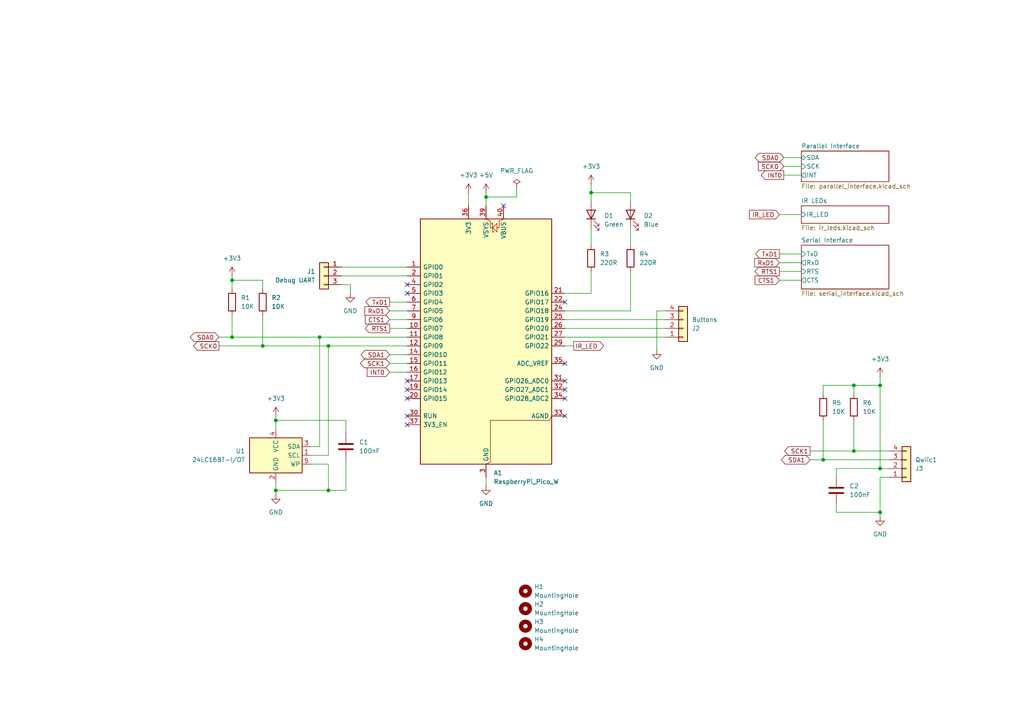
<source format=kicad_sch>
(kicad_sch (version 20231120) (generator "eeschema") (generator_version "8.0")
  (paper "A4")
  (title_block (title "Valiant Turtle 2 - Communicator") (date "2024-10-23") (rev "2_0") (company "https://www.waitingforfriday.com") (comment 1 "(c) 2024 Simon Inns") (comment 2 "License: Attribution-ShareAlike 4.0 International (CC BY-SA 4.0)"))
  (lib_symbols
    (symbol "Connector_Generic:Conn_01x03" (pin_names (offset 1.016) hide)
      (property "Reference" "J" (at 0 5.08 0))
      (property "Value" "Conn_01x03" (at 0 -5.08 0))
      (symbol "Conn_01x03_1_1"
        (rectangle (start -1.27 -2.413) (end 0 -2.667) (stroke (width 0.1524)))
        (rectangle (start -1.27 0.127) (end 0 -0.127) (stroke (width 0.1524)))
        (rectangle (start -1.27 2.667) (end 0 2.413) (stroke (width 0.1524)))
        (rectangle (start -1.27 3.81) (end 1.27 -3.81) (stroke (width 0.254)) (fill (type background)))
        (pin passive line (at -5.08 2.54 0) (length 3.81) (name "Pin_1") (number "1"))
        (pin passive line (at -5.08 0 0) (length 3.81) (name "Pin_2") (number "2"))
        (pin passive line (at -5.08 -2.54 0) (length 3.81) (name "Pin_3") (number "3"))
      )
    )
    (symbol "Connector_Generic:Conn_01x04" (pin_names (offset 1.016) hide)
      (property "Reference" "J" (at 0 5.08 0))
      (property "Value" "Conn_01x04" (at 0 -7.62 0))
      (symbol "Conn_01x04_1_1"
        (rectangle (start -1.27 -4.953) (end 0 -5.207) (stroke (width 0.1524)))
        (rectangle (start -1.27 -2.413) (end 0 -2.667) (stroke (width 0.1524)))
        (rectangle (start -1.27 0.127) (end 0 -0.127) (stroke (width 0.1524)))
        (rectangle (start -1.27 2.667) (end 0 2.413) (stroke (width 0.1524)))
        (rectangle (start -1.27 3.81) (end 1.27 -6.35) (stroke (width 0.254)) (fill (type background)))
        (pin passive line (at -5.08 2.54 0) (length 3.81) (name "Pin_1") (number "1"))
        (pin passive line (at -5.08 0 0) (length 3.81) (name "Pin_2") (number "2"))
        (pin passive line (at -5.08 -2.54 0) (length 3.81) (name "Pin_3") (number "3"))
        (pin passive line (at -5.08 -5.08 0) (length 3.81) (name "Pin_4") (number "4"))
      )
    )
    (symbol "Device:C" (pin_numbers hide) (pin_names (offset 0.254))
      (property "Reference" "C" (at 0.635 2.54 0))
      (property "Value" "C" (at 0.635 -2.54 0))
      (symbol "C_0_1"
        (polyline (pts (xy -2.032 -0.762) (xy 2.032 -0.762)) (stroke (width 0.508)))
        (polyline (pts (xy -2.032 0.762) (xy 2.032 0.762)) (stroke (width 0.508)))
      )
      (symbol "C_1_1"
        (pin passive line (at 0 3.81 270) (length 2.794) (name "~") (number "1"))
        (pin passive line (at 0 -3.81 90) (length 2.794) (name "~") (number "2"))
      )
    )
    (symbol "Device:LED" (pin_numbers hide) (pin_names (offset 1.016) hide)
      (property "Reference" "D" (at 0 2.54 0))
      (property "Value" "LED" (at 0 -2.54 0))
      (symbol "LED_0_1"
        (polyline (pts (xy -1.27 -1.27) (xy -1.27 1.27)) (stroke (width 0.254)))
        (polyline (pts (xy -1.27 0) (xy 1.27 0)))
        (polyline (pts (xy 1.27 -1.27) (xy 1.27 1.27) (xy -1.27 0) (xy 1.27 -1.27)) (stroke (width 0.254)))
        (polyline (pts (xy -3.048 -0.762) (xy -4.572 -2.286) (xy -3.81 -2.286) (xy -4.572 -2.286) (xy -4.572 -1.524)))
        (polyline (pts (xy -1.778 -0.762) (xy -3.302 -2.286) (xy -2.54 -2.286) (xy -3.302 -2.286) (xy -3.302 -1.524)))
      )
      (symbol "LED_1_1"
        (pin passive line (at -3.81 0 0) (length 2.54) (name "K") (number "1"))
        (pin passive line (at 3.81 0 180) (length 2.54) (name "A") (number "2"))
      )
    )
    (symbol "Device:R" (pin_numbers hide) (pin_names (offset 0))
      (property "Reference" "R" (at 2.032 0 90))
      (property "Value" "R" (at 0 0 90))
      (symbol "R_0_1"
        (rectangle (start -1.016 -2.54) (end 1.016 2.54) (stroke (width 0.254)))
      )
      (symbol "R_1_1"
        (pin passive line (at 0 3.81 270) (length 1.27) (name "~") (number "1"))
        (pin passive line (at 0 -3.81 90) (length 1.27) (name "~") (number "2"))
      )
    )
    (symbol "MCU_Module_RaspberryPi_Pico:RaspberryPi_Pico_W" (pin_names (offset 0.762))
      (property "Reference" "A" (at -19.05 38.1 0))
      (property "Value" "RaspberryPi_Pico_W" (at 7.62 38.1 0))
      (symbol "RaspberryPi_Pico_W_0_1"
        (rectangle (start -19.05 36.83) (end 19.05 -34.29) (stroke (width 0.254)) (fill (type background)))
        (polyline (pts (xy 0 36.83) (xy 1.27 36.195) (xy 1.27 34.29) (xy 1.905 34.29)))
        (polyline (pts (xy 1.905 34.29) (xy 3.175 35.56) (xy 3.175 33.02) (xy 1.905 34.29)))
        (polyline (pts (xy 5.08 36.83) (xy 3.81 36.195) (xy 3.81 34.29) (xy 3.175 34.29)))
        (polyline (pts (xy 0 -34.29) (xy 1.27 -33.655) (xy 1.27 -21.59) (xy 18.415 -21.59) (xy 19.05 -20.32)))
        (polyline (pts (xy 1.651 35.306) (xy 1.651 35.56) (xy 1.905 35.56) (xy 1.905 33.02) (xy 2.159 33.02) (xy 2.159 33.274)))
      )
      (symbol "RaspberryPi_Pico_W_1_1"
        (pin bidirectional line (at -22.86 22.86 0) (length 3.81) (name "GPIO0") (number "1"))
        (pin bidirectional line (at -22.86 5.08 0) (length 3.81) (name "GPIO7") (number "10"))
        (pin bidirectional line (at -22.86 2.54 0) (length 3.81) (name "GPIO8") (number "11"))
        (pin bidirectional line (at -22.86 0 0) (length 3.81) (name "GPIO9") (number "12"))
        (pin passive line (at 0 -38.1 90) (length 3.81) hide (name "GND") (number "13"))
        (pin bidirectional line (at -22.86 -2.54 0) (length 3.81) (name "GPIO10") (number "14"))
        (pin bidirectional line (at -22.86 -5.08 0) (length 3.81) (name "GPIO11") (number "15"))
        (pin bidirectional line (at -22.86 -7.62 0) (length 3.81) (name "GPIO12") (number "16"))
        (pin bidirectional line (at -22.86 -10.16 0) (length 3.81) (name "GPIO13") (number "17"))
        (pin passive line (at 0 -38.1 90) (length 3.81) hide (name "GND") (number "18"))
        (pin bidirectional line (at -22.86 -12.7 0) (length 3.81) (name "GPIO14") (number "19"))
        (pin bidirectional line (at -22.86 20.32 0) (length 3.81) (name "GPIO1") (number "2"))
        (pin bidirectional line (at -22.86 -15.24 0) (length 3.81) (name "GPIO15") (number "20"))
        (pin bidirectional line (at 22.86 15.24 180) (length 3.81) (name "GPIO16") (number "21"))
        (pin bidirectional line (at 22.86 12.7 180) (length 3.81) (name "GPIO17") (number "22"))
        (pin passive line (at 0 -38.1 90) (length 3.81) hide (name "GND") (number "23"))
        (pin bidirectional line (at 22.86 10.16 180) (length 3.81) (name "GPIO18") (number "24"))
        (pin bidirectional line (at 22.86 7.62 180) (length 3.81) (name "GPIO19") (number "25"))
        (pin bidirectional line (at 22.86 5.08 180) (length 3.81) (name "GPIO20") (number "26"))
        (pin bidirectional line (at 22.86 2.54 180) (length 3.81) (name "GPIO21") (number "27"))
        (pin passive line (at 0 -38.1 90) (length 3.81) hide (name "GND") (number "28"))
        (pin bidirectional line (at 22.86 0 180) (length 3.81) (name "GPIO22") (number "29"))
        (pin power_out line (at 0 -38.1 90) (length 3.81) (name "GND") (number "3"))
        (pin input line (at -22.86 -20.32 0) (length 3.81) (name "RUN") (number "30"))
        (pin bidirectional line (at 22.86 -10.16 180) (length 3.81) (name "GPIO26_ADC0") (number "31"))
        (pin bidirectional line (at 22.86 -12.7 180) (length 3.81) (name "GPIO27_ADC1") (number "32"))
        (pin power_out line (at 22.86 -20.32 180) (length 3.81) (name "AGND") (number "33"))
        (pin bidirectional line (at 22.86 -15.24 180) (length 3.81) (name "GPIO28_ADC2") (number "34"))
        (pin power_in line (at 22.86 -5.08 180) (length 3.81) (name "ADC_VREF") (number "35"))
        (pin power_out line (at -5.08 40.64 270) (length 3.81) (name "3V3") (number "36"))
        (pin input line (at -22.86 -22.86 0) (length 3.81) (name "3V3_EN") (number "37"))
        (pin passive line (at 0 -38.1 90) (length 3.81) hide (name "GND") (number "38"))
        (pin power_in line (at 0 40.64 270) (length 3.81) (name "VSYS") (number "39"))
        (pin bidirectional line (at -22.86 17.78 0) (length 3.81) (name "GPIO2") (number "4"))
        (pin power_out line (at 5.08 40.64 270) (length 3.81) (name "VBUS") (number "40"))
        (pin bidirectional line (at -22.86 15.24 0) (length 3.81) (name "GPIO3") (number "5"))
        (pin bidirectional line (at -22.86 12.7 0) (length 3.81) (name "GPIO4") (number "6"))
        (pin bidirectional line (at -22.86 10.16 0) (length 3.81) (name "GPIO5") (number "7"))
        (pin passive line (at 0 -38.1 90) (length 3.81) hide (name "GND") (number "8"))
        (pin bidirectional line (at -22.86 7.62 0) (length 3.81) (name "GPIO6") (number "9"))
      )
    )
    (symbol "Mechanical:MountingHole" (pin_names (offset 1.016)) (exclude_from_sim yes) (in_bom no)
      (property "Reference" "H" (at 0 5.08 0))
      (property "Value" "MountingHole" (at 0 3.175 0))
      (symbol "MountingHole_0_1"
        (circle (center 0 0) (radius 1.27) (stroke (width 1.27)))
      )
    )
    (symbol "Memory_EEPROM:AT24CS16-STUM"
      (property "Reference" "U" (at -7.62 6.35 0))
      (property "Value" "AT24CS16-STUM" (at 2.54 -6.35 0))
      (symbol "AT24CS16-STUM_1_1"
        (rectangle (start -7.62 5.08) (end 7.62 -5.08) (stroke (width 0.254)) (fill (type background)))
        (pin input line (at 10.16 0 180) (length 2.54) (name "SCL") (number "1"))
        (pin power_in line (at 0 -7.62 90) (length 2.54) (name "GND") (number "2"))
        (pin bidirectional line (at 10.16 2.54 180) (length 2.54) (name "SDA") (number "3"))
        (pin power_in line (at 0 7.62 270) (length 2.54) (name "VCC") (number "4"))
        (pin input line (at 10.16 -2.54 180) (length 2.54) (name "WP") (number "5"))
      )
    )
    (symbol "power:+3V3" (power) (pin_numbers hide) (pin_names (offset 0) hide)
      (property "Value" "+3V3" (at 0 3.556 0))
      (symbol "+3V3_0_1"
        (polyline (pts (xy -0.762 1.27) (xy 0 2.54)))
        (polyline (pts (xy 0 0) (xy 0 2.54)))
        (polyline (pts (xy 0 2.54) (xy 0.762 1.27)))
      )
      (symbol "+3V3_1_1"
        (pin power_in line (at 0 0 90) (length 0) (name "~") (number "1"))
      )
    )
    (symbol "power:+5V" (power) (pin_numbers hide) (pin_names (offset 0) hide)
      (property "Value" "+5V" (at 0 3.556 0))
      (symbol "+5V_0_1"
        (polyline (pts (xy -0.762 1.27) (xy 0 2.54)))
        (polyline (pts (xy 0 0) (xy 0 2.54)))
        (polyline (pts (xy 0 2.54) (xy 0.762 1.27)))
      )
      (symbol "+5V_1_1"
        (pin power_in line (at 0 0 90) (length 0) (name "~") (number "1"))
      )
    )
    (symbol "power:GND" (power) (pin_numbers hide) (pin_names (offset 0) hide)
      (property "Value" "GND" (at 0 -3.81 0))
      (symbol "GND_0_1"
        (polyline (pts (xy 0 0) (xy 0 -1.27) (xy 1.27 -1.27) (xy 0 -2.54) (xy -1.27 -1.27) (xy 0 -1.27)))
      )
      (symbol "GND_1_1"
        (pin power_in line (at 0 0 270) (length 0) (name "~") (number "1"))
      )
    )
    (symbol "power:PWR_FLAG" (power) (pin_numbers hide) (pin_names (offset 0) hide)
      (property "Value" "PWR_FLAG" (at 0 3.81 0))
      (symbol "PWR_FLAG_0_0"
        (pin power_out line (at 0 0 90) (length 0) (name "~") (number "1"))
      )
      (symbol "PWR_FLAG_0_1"
        (polyline (pts (xy 0 0) (xy 0 1.27) (xy -1.016 1.905) (xy 0 2.54) (xy 1.016 1.905) (xy 0 1.27)))
      )
    )
  )
  (junction (at 76.2 100.33))
  (junction (at 80.01 142.24))
  (junction (at 140.97 57.15))
  (junction (at 67.31 97.79))
  (junction (at 255.27 111.76))
  (junction (at 255.27 148.59))
  (junction (at 80.01 121.92))
  (junction (at 255.27 135.89))
  (junction (at 247.65 111.76))
  (junction (at 95.25 100.33))
  (junction (at 171.45 55.88))
  (junction (at 95.25 142.24))
  (junction (at 238.76 133.35))
  (junction (at 92.71 97.79))
  (junction (at 67.31 81.28))
  (junction (at 247.65 130.81))
  (no_connect (at 163.83 113.03))
  (no_connect (at 118.11 115.57))
  (no_connect (at 118.11 123.19))
  (no_connect (at 163.83 120.65))
  (no_connect (at 118.11 85.09))
  (no_connect (at 118.11 113.03))
  (no_connect (at 118.11 82.55))
  (no_connect (at 163.83 87.63))
  (no_connect (at 146.05 59.69))
  (no_connect (at 118.11 110.49))
  (no_connect (at 163.83 115.57))
  (no_connect (at 163.83 105.41))
  (no_connect (at 118.11 120.65))
  (no_connect (at 163.83 110.49))
  (wire (pts (xy 238.76 121.92) (xy 238.76 133.35)))
  (wire (pts (xy 182.88 58.42) (xy 182.88 55.88)))
  (wire (pts (xy 67.31 91.44) (xy 67.31 97.79)))
  (wire (pts (xy 80.01 139.7) (xy 80.01 142.24)))
  (wire (pts (xy 67.31 97.79) (xy 92.71 97.79)))
  (wire (pts (xy 227.33 45.72) (xy 232.41 45.72)))
  (wire (pts (xy 163.83 95.25) (xy 193.04 95.25)))
  (wire (pts (xy 257.81 135.89) (xy 255.27 135.89)))
  (wire (pts (xy 92.71 97.79) (xy 118.11 97.79)))
  (wire (pts (xy 140.97 138.43) (xy 140.97 140.97)))
  (wire (pts (xy 80.01 142.24) (xy 80.01 143.51)))
  (wire (pts (xy 238.76 111.76) (xy 238.76 114.3)))
  (wire (pts (xy 163.83 92.71) (xy 193.04 92.71)))
  (wire (pts (xy 80.01 121.92) (xy 80.01 124.46)))
  (wire (pts (xy 193.04 90.17) (xy 190.5 90.17)))
  (wire (pts (xy 163.83 100.33) (xy 166.37 100.33)))
  (wire (pts (xy 226.06 76.2) (xy 232.41 76.2)))
  (wire (pts (xy 113.03 95.25) (xy 118.11 95.25)))
  (wire (pts (xy 135.89 55.88) (xy 135.89 59.69)))
  (wire (pts (xy 242.57 135.89) (xy 255.27 135.89)))
  (wire (pts (xy 90.17 132.08) (xy 95.25 132.08)))
  (wire (pts (xy 90.17 134.62) (xy 95.25 134.62)))
  (wire (pts (xy 234.95 133.35) (xy 238.76 133.35)))
  (wire (pts (xy 242.57 146.05) (xy 242.57 148.59)))
  (wire (pts (xy 247.65 114.3) (xy 247.65 111.76)))
  (wire (pts (xy 226.06 81.28) (xy 232.41 81.28)))
  (wire (pts (xy 182.88 66.04) (xy 182.88 71.12)))
  (wire (pts (xy 80.01 142.24) (xy 95.25 142.24)))
  (wire (pts (xy 171.45 85.09) (xy 171.45 78.74)))
  (wire (pts (xy 99.06 82.55) (xy 101.6 82.55)))
  (wire (pts (xy 247.65 121.92) (xy 247.65 130.81)))
  (wire (pts (xy 227.33 48.26) (xy 232.41 48.26)))
  (wire (pts (xy 149.86 57.15) (xy 140.97 57.15)))
  (wire (pts (xy 76.2 83.82) (xy 76.2 81.28)))
  (wire (pts (xy 113.03 92.71) (xy 118.11 92.71)))
  (wire (pts (xy 140.97 57.15) (xy 140.97 59.69)))
  (wire (pts (xy 113.03 105.41) (xy 118.11 105.41)))
  (wire (pts (xy 90.17 129.54) (xy 92.71 129.54)))
  (wire (pts (xy 67.31 81.28) (xy 67.31 83.82)))
  (wire (pts (xy 99.06 77.47) (xy 118.11 77.47)))
  (wire (pts (xy 99.06 80.01) (xy 118.11 80.01)))
  (wire (pts (xy 63.5 100.33) (xy 76.2 100.33)))
  (wire (pts (xy 95.25 100.33) (xy 118.11 100.33)))
  (wire (pts (xy 76.2 100.33) (xy 95.25 100.33)))
  (wire (pts (xy 171.45 53.34) (xy 171.45 55.88)))
  (wire (pts (xy 95.25 142.24) (xy 100.33 142.24)))
  (wire (pts (xy 255.27 111.76) (xy 247.65 111.76)))
  (wire (pts (xy 247.65 130.81) (xy 257.81 130.81)))
  (wire (pts (xy 226.06 62.23) (xy 232.41 62.23)))
  (wire (pts (xy 163.83 85.09) (xy 171.45 85.09)))
  (wire (pts (xy 182.88 55.88) (xy 171.45 55.88)))
  (wire (pts (xy 242.57 138.43) (xy 242.57 135.89)))
  (wire (pts (xy 255.27 148.59) (xy 255.27 149.86)))
  (wire (pts (xy 242.57 148.59) (xy 255.27 148.59)))
  (wire (pts (xy 100.33 133.35) (xy 100.33 142.24)))
  (wire (pts (xy 190.5 90.17) (xy 190.5 101.6)))
  (wire (pts (xy 67.31 80.01) (xy 67.31 81.28)))
  (wire (pts (xy 255.27 138.43) (xy 255.27 148.59)))
  (wire (pts (xy 76.2 91.44) (xy 76.2 100.33)))
  (wire (pts (xy 255.27 109.22) (xy 255.27 111.76)))
  (wire (pts (xy 226.06 78.74) (xy 232.41 78.74)))
  (wire (pts (xy 238.76 133.35) (xy 257.81 133.35)))
  (wire (pts (xy 113.03 90.17) (xy 118.11 90.17)))
  (wire (pts (xy 247.65 111.76) (xy 238.76 111.76)))
  (wire (pts (xy 163.83 90.17) (xy 182.88 90.17)))
  (wire (pts (xy 101.6 82.55) (xy 101.6 85.09)))
  (wire (pts (xy 226.06 73.66) (xy 232.41 73.66)))
  (wire (pts (xy 113.03 87.63) (xy 118.11 87.63)))
  (wire (pts (xy 100.33 125.73) (xy 100.33 121.92)))
  (wire (pts (xy 95.25 134.62) (xy 95.25 142.24)))
  (wire (pts (xy 234.95 130.81) (xy 247.65 130.81)))
  (wire (pts (xy 80.01 121.92) (xy 80.01 120.65)))
  (wire (pts (xy 113.03 107.95) (xy 118.11 107.95)))
  (wire (pts (xy 63.5 97.79) (xy 67.31 97.79)))
  (wire (pts (xy 100.33 121.92) (xy 80.01 121.92)))
  (wire (pts (xy 76.2 81.28) (xy 67.31 81.28)))
  (wire (pts (xy 163.83 97.79) (xy 193.04 97.79)))
  (wire (pts (xy 257.81 138.43) (xy 255.27 138.43)))
  (wire (pts (xy 149.86 54.61) (xy 149.86 57.15)))
  (wire (pts (xy 255.27 135.89) (xy 255.27 111.76)))
  (wire (pts (xy 113.03 102.87) (xy 118.11 102.87)))
  (wire (pts (xy 92.71 129.54) (xy 92.71 97.79)))
  (wire (pts (xy 171.45 66.04) (xy 171.45 71.12)))
  (wire (pts (xy 140.97 55.88) (xy 140.97 57.15)))
  (wire (pts (xy 171.45 55.88) (xy 171.45 58.42)))
  (wire (pts (xy 95.25 132.08) (xy 95.25 100.33)))
  (wire (pts (xy 227.33 50.8) (xy 232.41 50.8)))
  (wire (pts (xy 182.88 90.17) (xy 182.88 78.74)))
  (global_label "SDA0" (shape bidirectional) (at 227.33 45.72 180) (property "Intersheetrefs" "${INTERSHEET_REFS}" (effects (hide yes))))
  (global_label "SDA0" (shape bidirectional) (at 63.5 97.79 180) (property "Intersheetrefs" "${INTERSHEET_REFS}" (effects (hide yes))))
  (global_label "TxD1" (shape output) (at 226.06 73.66 180) (property "Intersheetrefs" "${INTERSHEET_REFS}" (effects (hide yes))))
  (global_label "SDA1" (shape bidirectional) (at 113.03 102.87 180) (property "Intersheetrefs" "${INTERSHEET_REFS}" (effects (hide yes))))
  (global_label "SDA1" (shape bidirectional) (at 234.95 133.35 180) (property "Intersheetrefs" "${INTERSHEET_REFS}" (effects (hide yes))))
  (global_label "IR_LED" (shape input) (at 226.06 62.23 180) (property "Intersheetrefs" "${INTERSHEET_REFS}" (effects (hide yes))))
  (global_label "SCK1" (shape bidirectional) (at 113.03 105.41 180) (property "Intersheetrefs" "${INTERSHEET_REFS}" (effects (hide yes))))
  (global_label "INT0" (shape input) (at 113.03 107.95 180) (property "Intersheetrefs" "${INTERSHEET_REFS}" (effects (hide yes))))
  (global_label "SCK1" (shape output) (at 234.95 130.81 180) (property "Intersheetrefs" "${INTERSHEET_REFS}" (effects (hide yes))))
  (global_label "TxD1" (shape output) (at 113.03 87.63 180) (property "Intersheetrefs" "${INTERSHEET_REFS}" (effects (hide yes))))
  (global_label "CTS1" (shape input) (at 113.03 92.71 180) (property "Intersheetrefs" "${INTERSHEET_REFS}" (effects (hide yes))))
  (global_label "RTS1" (shape output) (at 113.03 95.25 180) (property "Intersheetrefs" "${INTERSHEET_REFS}" (effects (hide yes))))
  (global_label "RxD1" (shape input) (at 113.03 90.17 180) (property "Intersheetrefs" "${INTERSHEET_REFS}" (effects (hide yes))))
  (global_label "IR_LED" (shape output) (at 166.37 100.33 0) (property "Intersheetrefs" "${INTERSHEET_REFS}" (effects (hide yes))))
  (global_label "RTS1" (shape output) (at 226.06 78.74 180) (property "Intersheetrefs" "${INTERSHEET_REFS}" (effects (hide yes))))
  (global_label "SCK0" (shape output) (at 63.5 100.33 180) (property "Intersheetrefs" "${INTERSHEET_REFS}" (effects (hide yes))))
  (global_label "CTS1" (shape input) (at 226.06 81.28 180) (property "Intersheetrefs" "${INTERSHEET_REFS}" (effects (hide yes))))
  (global_label "INT0" (shape output) (at 227.33 50.8 180) (property "Intersheetrefs" "${INTERSHEET_REFS}" (effects (hide yes))))
  (global_label "SCK0" (shape input) (at 227.33 48.26 180) (property "Intersheetrefs" "${INTERSHEET_REFS}" (effects (hide yes))))
  (global_label "RxD1" (shape input) (at 226.06 76.2 180) (property "Intersheetrefs" "${INTERSHEET_REFS}" (effects (hide yes))))
  (symbol (lib_id "Device:R") (at 238.76 118.11 0) (unit 1)
    (property "Reference" "R5" (at 241.3 116.8399 0) (effects (justify left)))
    (property "Value" "10K" (at 241.3 119.3799 0) (effects (justify left)))
    (property "Footprint" "Resistor_SMD:R_0805_2012Metric_Pad1.20x1.40mm_HandSolder" (effects (hide yes)))
    (property "Description" "Resistor" (effects (hide yes)))
  )
  (symbol (lib_id "power:+3V3") (at 67.31 80.01 0) (unit 1)
    (property "Reference" "#PWR01" (effects (hide yes)))
    (property "Value" "+3V3" (at 67.31 74.93 0))
    (property "Description" "Power symbol creates a global label with name \"+3V3\"" (effects (hide yes)))
  )
  (symbol (lib_id "Connector_Generic:Conn_01x04") (at 262.89 135.89 0) (mirror x) (unit 1)
    (property "Reference" "J3" (at 265.43 135.8901 0) (effects (justify left)))
    (property "Value" "Qwiic1" (at 265.43 133.3501 0) (effects (justify left)))
    (property "Footprint" "Connector_JST:JST_SH_SM04B-SRSS-TB_1x04-1MP_P1.00mm_Horizontal" (effects (hide yes)))
    (property "Description" "Generic connector, single row, 01x04, script generated (kicad-library-utils/schlib/autogen/connector/)" (effects (hide yes)))
  )
  (symbol (lib_id "Memory_EEPROM:AT24CS16-STUM") (at 80.01 132.08 0) (unit 1)
    (property "Reference" "U1" (at 71.12 130.8099 0) (effects (justify right)))
    (property "Value" "24LC16BT-I/OT" (at 71.12 133.3499 0) (effects (justify right)))
    (property "Footprint" "Package_TO_SOT_SMD:SOT-23-5" (effects (hide yes)))
    (property "Datasheet" "http://ww1.microchip.com/downloads/en/DeviceDoc/Atmel-8859-SEEPROM-AT24CS16-Datasheet.pdf" (effects (hide yes)))
    (property "Description" "I2C Serial EEPROM, 16Kb (2048x8) with Unique Serial Number, SOT-23-5" (effects (hide yes)))
  )
  (symbol (lib_id "power:+3V3") (at 255.27 109.22 0) (unit 1)
    (property "Reference" "#PWR010" (effects (hide yes)))
    (property "Value" "+3V3" (at 255.27 104.14 0))
    (property "Description" "Power symbol creates a global label with name \"+3V3\"" (effects (hide yes)))
  )
  (symbol (lib_id "Connector_Generic:Conn_01x03") (at 93.98 80.01 0) (mirror y) (unit 1)
    (property "Reference" "J1" (at 91.44 78.7399 0) (effects (justify left)))
    (property "Value" "Debug UART" (at 91.44 81.2799 0) (effects (justify left)))
    (property "Footprint" "Connector_PinHeader_2.54mm:PinHeader_1x03_P2.54mm_Vertical" (effects (hide yes)))
    (property "Description" "Generic connector, single row, 01x03, script generated (kicad-library-utils/schlib/autogen/connector/)" (effects (hide yes)))
  )
  (symbol (lib_id "Device:LED") (at 171.45 62.23 90) (unit 1)
    (property "Reference" "D1" (at 175.26 62.5474 90) (effects (justify right)))
    (property "Value" "Green" (at 175.26 65.0874 90) (effects (justify right)))
    (property "Footprint" "LED_THT:LED_D5.0mm_Horizontal_O1.27mm_Z3.0mm_Clear" (effects (hide yes)))
    (property "Description" "Light emitting diode" (effects (hide yes)))
  )
  (symbol (lib_id "Connector_Generic:Conn_01x04") (at 198.12 95.25 0) (mirror x) (unit 1)
    (property "Reference" "J2" (at 200.66 95.2501 0) (effects (justify left)))
    (property "Value" "Buttons" (at 200.66 92.7101 0) (effects (justify left)))
    (property "Footprint" "Connector_PinHeader_2.54mm:PinHeader_1x04_P2.54mm_Vertical" (effects (hide yes)))
    (property "Description" "Generic connector, single row, 01x04, script generated (kicad-library-utils/schlib/autogen/connector/)" (effects (hide yes)))
  )
  (symbol (lib_id "MCU_Module_RaspberryPi_Pico:RaspberryPi_Pico_W") (at 140.97 100.33 0) (unit 1)
    (property "Reference" "A1" (at 143.1641 137.16 0) (effects (justify left)))
    (property "Value" "RaspberryPi_Pico_W" (at 143.1641 139.7 0) (effects (justify left)))
    (property "Footprint" "Module_RaspberryPi_Pico:RaspberryPi_Pico_Common" (effects (hide yes)))
    (property "Datasheet" "https://datasheets.raspberrypi.com/picow/pico-w-datasheet.pdf" (effects (hide yes)))
    (property "Description" "Versatile and inexpensive wireless microcontroller module powered by RP2040 dual-core Arm Cortex-M0+ processor up to 133 MHz, 264kB SRAM, 2MB QSPI flash, Infineon CYW43439 2.4GHz 802.11n wireless LAN" (effects (hide yes)))
  )
  (symbol (lib_id "power:GND") (at 190.5 101.6 0) (unit 1)
    (property "Reference" "#PWR09" (effects (hide yes)))
    (property "Value" "GND" (at 190.5 106.68 0))
    (property "Description" "Power symbol creates a global label with name \"GND\" , ground" (effects (hide yes)))
  )
  (symbol (lib_id "Device:R") (at 247.65 118.11 0) (unit 1)
    (property "Reference" "R6" (at 250.19 116.8399 0) (effects (justify left)))
    (property "Value" "10K" (at 250.19 119.3799 0) (effects (justify left)))
    (property "Footprint" "Resistor_SMD:R_0805_2012Metric_Pad1.20x1.40mm_HandSolder" (effects (hide yes)))
    (property "Description" "Resistor" (effects (hide yes)))
  )
  (symbol (lib_id "Mechanical:MountingHole") (at 152.4 176.53 0) (unit 1) (exclude_from_sim yes) (in_bom no)
    (property "Reference" "H2" (at 154.94 175.2599 0) (effects (justify left)))
    (property "Value" "MountingHole" (at 154.94 177.7999 0) (effects (justify left)))
    (property "Footprint" "MountingHole:MountingHole_3.2mm_M3" (effects (hide yes)))
    (property "Description" "Mounting Hole without connection" (effects (hide yes)))
  )
  (symbol (lib_id "Device:R") (at 76.2 87.63 0) (unit 1)
    (property "Reference" "R2" (at 78.74 86.3599 0) (effects (justify left)))
    (property "Value" "10K" (at 78.74 88.8999 0) (effects (justify left)))
    (property "Footprint" "Resistor_SMD:R_0805_2012Metric_Pad1.20x1.40mm_HandSolder" (effects (hide yes)))
    (property "Description" "Resistor" (effects (hide yes)))
  )
  (symbol (lib_id "Device:C") (at 100.33 129.54 180) (unit 1)
    (property "Reference" "C1" (at 104.14 128.2699 0) (effects (justify right)))
    (property "Value" "100nF" (at 104.14 130.8099 0) (effects (justify right)))
    (property "Footprint" "Capacitor_SMD:C_0805_2012Metric_Pad1.18x1.45mm_HandSolder" (effects (hide yes)))
    (property "Description" "Unpolarized capacitor" (effects (hide yes)))
  )
  (symbol (lib_id "power:GND") (at 140.97 140.97 0) (unit 1)
    (property "Reference" "#PWR07" (effects (hide yes)))
    (property "Value" "GND" (at 140.97 146.05 0))
    (property "Description" "Power symbol creates a global label with name \"GND\" , ground" (effects (hide yes)))
  )
  (symbol (lib_id "Device:C") (at 242.57 142.24 180) (unit 1)
    (property "Reference" "C2" (at 246.38 140.9699 0) (effects (justify right)))
    (property "Value" "100nF" (at 246.38 143.5099 0) (effects (justify right)))
    (property "Footprint" "Capacitor_SMD:C_0805_2012Metric_Pad1.18x1.45mm_HandSolder" (effects (hide yes)))
    (property "Description" "Unpolarized capacitor" (effects (hide yes)))
  )
  (symbol (lib_id "power:+3V3") (at 135.89 55.88 0) (unit 1)
    (property "Reference" "#PWR05" (effects (hide yes)))
    (property "Value" "+3V3" (at 135.89 50.8 0))
    (property "Description" "Power symbol creates a global label with name \"+3V3\"" (effects (hide yes)))
  )
  (symbol (lib_id "power:GND") (at 80.01 143.51 0) (unit 1)
    (property "Reference" "#PWR03" (effects (hide yes)))
    (property "Value" "GND" (at 80.01 148.59 0))
    (property "Description" "Power symbol creates a global label with name \"GND\" , ground" (effects (hide yes)))
  )
  (symbol (lib_id "Mechanical:MountingHole") (at 152.4 171.45 0) (unit 1) (exclude_from_sim yes) (in_bom no)
    (property "Reference" "H1" (at 154.94 170.1799 0) (effects (justify left)))
    (property "Value" "MountingHole" (at 154.94 172.7199 0) (effects (justify left)))
    (property "Footprint" "MountingHole:MountingHole_3.2mm_M3" (effects (hide yes)))
    (property "Description" "Mounting Hole without connection" (effects (hide yes)))
  )
  (symbol (lib_id "Device:R") (at 67.31 87.63 0) (unit 1)
    (property "Reference" "R1" (at 69.85 86.3599 0) (effects (justify left)))
    (property "Value" "10K" (at 69.85 88.8999 0) (effects (justify left)))
    (property "Footprint" "Resistor_SMD:R_0805_2012Metric_Pad1.20x1.40mm_HandSolder" (effects (hide yes)))
    (property "Description" "Resistor" (effects (hide yes)))
  )
  (symbol (lib_id "power:+5V") (at 140.97 55.88 0) (unit 1)
    (property "Reference" "#PWR06" (effects (hide yes)))
    (property "Value" "+5V" (at 140.97 50.8 0))
    (property "Description" "Power symbol creates a global label with name \"+5V\"" (effects (hide yes)))
  )
  (symbol (lib_id "power:GND") (at 101.6 85.09 0) (unit 1)
    (property "Reference" "#PWR04" (effects (hide yes)))
    (property "Value" "GND" (at 101.6 90.17 0))
    (property "Description" "Power symbol creates a global label with name \"GND\" , ground" (effects (hide yes)))
  )
  (symbol (lib_id "Device:LED") (at 182.88 62.23 90) (unit 1)
    (property "Reference" "D2" (at 186.69 62.5474 90) (effects (justify right)))
    (property "Value" "Blue" (at 186.69 65.0874 90) (effects (justify right)))
    (property "Footprint" "LED_THT:LED_D5.0mm_Horizontal_O1.27mm_Z3.0mm_Clear" (effects (hide yes)))
    (property "Description" "Light emitting diode" (effects (hide yes)))
  )
  (symbol (lib_id "Mechanical:MountingHole") (at 152.4 186.69 0) (unit 1) (exclude_from_sim yes) (in_bom no)
    (property "Reference" "H4" (at 154.94 185.4199 0) (effects (justify left)))
    (property "Value" "MountingHole" (at 154.94 187.9599 0) (effects (justify left)))
    (property "Footprint" "MountingHole:MountingHole_3.2mm_M3" (effects (hide yes)))
    (property "Description" "Mounting Hole without connection" (effects (hide yes)))
  )
  (symbol (lib_id "power:PWR_FLAG") (at 149.86 54.61 0) (unit 1)
    (property "Reference" "#FLG01" (effects (hide yes)))
    (property "Value" "PWR_FLAG" (at 149.86 49.53 0))
    (property "Description" "Special symbol for telling ERC where power comes from" (effects (hide yes)))
  )
  (symbol (lib_id "power:+3V3") (at 171.45 53.34 0) (unit 1)
    (property "Reference" "#PWR08" (effects (hide yes)))
    (property "Value" "+3V3" (at 171.45 48.26 0))
    (property "Description" "Power symbol creates a global label with name \"+3V3\"" (effects (hide yes)))
  )
  (symbol (lib_id "Device:R") (at 171.45 74.93 0) (unit 1)
    (property "Reference" "R3" (at 173.99 73.6599 0) (effects (justify left)))
    (property "Value" "220R" (at 173.99 76.1999 0) (effects (justify left)))
    (property "Footprint" "Resistor_SMD:R_0805_2012Metric_Pad1.20x1.40mm_HandSolder" (effects (hide yes)))
    (property "Description" "Resistor" (effects (hide yes)))
  )
  (symbol (lib_id "power:+3V3") (at 80.01 120.65 0) (unit 1)
    (property "Reference" "#PWR02" (effects (hide yes)))
    (property "Value" "+3V3" (at 80.01 115.57 0))
    (property "Description" "Power symbol creates a global label with name \"+3V3\"" (effects (hide yes)))
  )
  (symbol (lib_id "power:GND") (at 255.27 149.86 0) (unit 1)
    (property "Reference" "#PWR011" (effects (hide yes)))
    (property "Value" "GND" (at 255.27 154.94 0))
    (property "Description" "Power symbol creates a global label with name \"GND\" , ground" (effects (hide yes)))
  )
  (symbol (lib_id "Device:R") (at 182.88 74.93 0) (unit 1)
    (property "Reference" "R4" (at 185.42 73.6599 0) (effects (justify left)))
    (property "Value" "220R" (at 185.42 76.1999 0) (effects (justify left)))
    (property "Footprint" "Resistor_SMD:R_0805_2012Metric_Pad1.20x1.40mm_HandSolder" (effects (hide yes)))
    (property "Description" "Resistor" (effects (hide yes)))
  )
  (symbol (lib_id "Mechanical:MountingHole") (at 152.4 181.61 0) (unit 1) (exclude_from_sim yes) (in_bom no)
    (property "Reference" "H3" (at 154.94 180.3399 0) (effects (justify left)))
    (property "Value" "MountingHole" (at 154.94 182.8799 0) (effects (justify left)))
    (property "Footprint" "MountingHole:MountingHole_3.2mm_M3" (effects (hide yes)))
    (property "Description" "Mounting Hole without connection" (effects (hide yes)))
  )
  (sheet (at 232.41 59.69) (size 25.4 5.08) (stroke (width 0.1524))
    (property "Sheetname" "IR LEDs" (at 232.41 58.9784 0) (effects (justify left bottom)))
    (property "Sheetfile" "ir_leds.kicad_sch" (at 232.41 65.3546 0) (effects (justify left top)))
    (pin "IR_LED" input (at 232.41 62.23 180))
  )
  (sheet (at 232.41 43.815) (size 25.4 8.89) (stroke (width 0.1524))
    (property "Sheetname" "Parallel Interface" (at 232.41 43.1034 0) (effects (justify left bottom)))
    (property "Sheetfile" "parallel_interface.kicad_sch" (at 232.41 53.2896 0) (effects (justify left top)))
    (pin "SCK" input (at 232.41 48.26 180))
    (pin "SDA" bidirectional (at 232.41 45.72 180))
    (pin "INT" output (at 232.41 50.8 180))
  )
  (sheet (at 232.41 71.12) (size 25.4 12.7) (stroke (width 0.1524))
    (property "Sheetname" "Serial Interface" (at 232.41 70.4084 0) (effects (justify left bottom)))
    (property "Sheetfile" "serial_interface.kicad_sch" (at 232.41 84.4046 0) (effects (justify left top)))
    (pin "RxD" output (at 232.41 76.2 180))
    (pin "TxD" input (at 232.41 73.66 180))
    (pin "RTS" input (at 232.41 78.74 180))
    (pin "CTS" output (at 232.41 81.28 180))
  )
)
</source>
